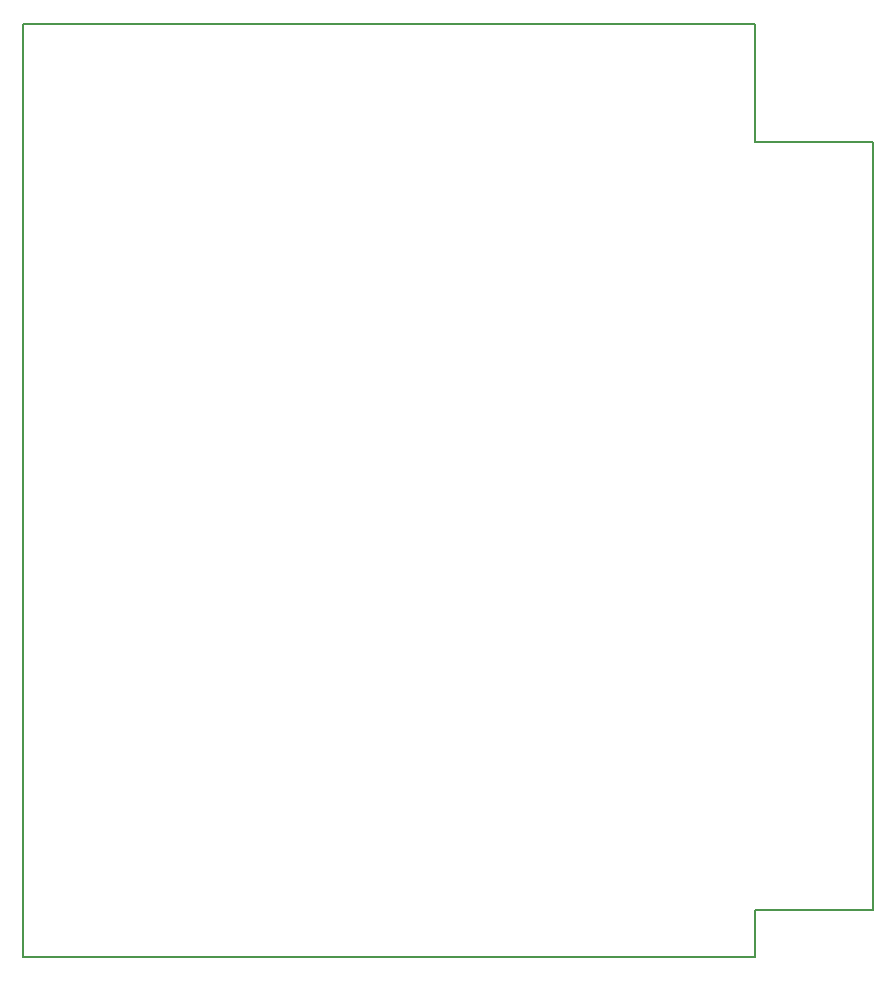
<source format=gbr>
%TF.GenerationSoftware,KiCad,Pcbnew,(5.1.9)-1*%
%TF.CreationDate,2021-11-29T10:56:02+07:00*%
%TF.ProjectId,Hackathon_PCB,4861636b-6174-4686-9f6e-5f5043422e6b,rev?*%
%TF.SameCoordinates,Original*%
%TF.FileFunction,Profile,NP*%
%FSLAX46Y46*%
G04 Gerber Fmt 4.6, Leading zero omitted, Abs format (unit mm)*
G04 Created by KiCad (PCBNEW (5.1.9)-1) date 2021-11-29 10:56:02*
%MOMM*%
%LPD*%
G01*
G04 APERTURE LIST*
%TA.AperFunction,Profile*%
%ADD10C,0.200000*%
%TD*%
G04 APERTURE END LIST*
D10*
X130000000Y-107000000D02*
X130000000Y-111000000D01*
X130000000Y-107000000D02*
X140000000Y-107000000D01*
X130000000Y-42000000D02*
X140000000Y-42000000D01*
X130000000Y-42000000D02*
X130000000Y-32000000D01*
X68000000Y-32000000D02*
X68000000Y-111000000D01*
X68000000Y-111000000D02*
X130000000Y-111000000D01*
X140000000Y-42000000D02*
X140000000Y-107000000D01*
X68000000Y-32000000D02*
X130000000Y-32000000D01*
M02*

</source>
